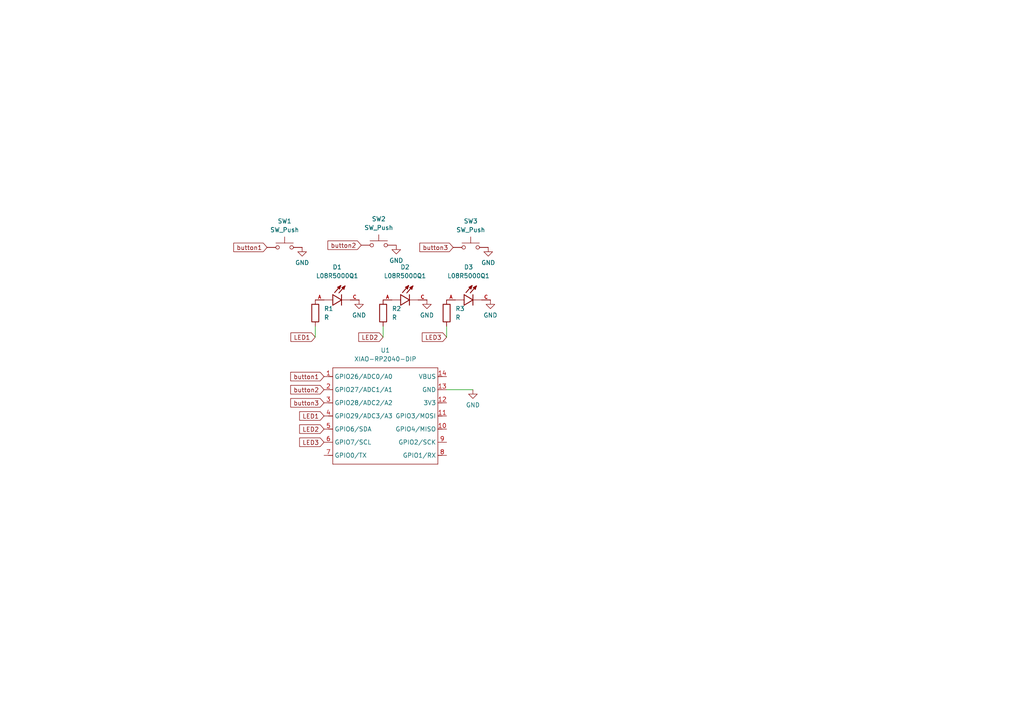
<source format=kicad_sch>
(kicad_sch (version 20250114) (generator "eeschema") (generator_version "9.0")
  (paper "A4")
  (title_block (title "Pathfinder") (date "6/24/2025") (rev "6/26/2025") (company "Hack Club"))
  (lib_symbols
    (symbol "Device:R" (pin_numbers (hide yes)) (pin_names (offset 0))
      (property "Reference" "R" (at 2.032 0 90))
      (property "Value" "R" (at 0 0 90))
      (symbol "R_0_1"
        (rectangle (start -1.016 -2.54) (end 1.016 2.54) (stroke (width 0.254)))
      )
      (symbol "R_1_1"
        (pin passive line (at 0 3.81 270) (length 1.27) (name "~") (number "1"))
        (pin passive line (at 0 -3.81 90) (length 1.27) (name "~") (number "2"))
      )
    )
    (symbol "L08R5000Q1:L08R5000Q1" (pin_names (offset 1.016))
      (property "Reference" "D" (at -3.0988 4.4958 0))
      (property "Value" "L08R5000Q1" (at -3.556 -3.302 0))
      (symbol "L08R5000Q1_0_0"
        (polyline (pts (xy -2.54 1.524) (xy -2.54 0)) (stroke (width 0.254)))
        (polyline (pts (xy -2.54 0) (xy -5.08 0)) (stroke (width 0.1524)))
        (polyline (pts (xy -2.54 0) (xy -2.54 -1.524)) (stroke (width 0.254)))
        (polyline (pts (xy -2.54 -1.524) (xy 0 0)) (stroke (width 0.254)))
        (polyline (pts (xy -1.1176 3.683) (xy -0.2286 4.1656)) (stroke (width 0.254)))
        (polyline (pts (xy -0.9398 3.6068) (xy -0.7112 3.7592)) (stroke (width 0.254)))
        (polyline (pts (xy -0.5588 3.2004) (xy -1.1176 3.683)) (stroke (width 0.254)))
        (polyline (pts (xy -0.5588 3.2004) (xy -0.5334 3.937)) (stroke (width 0.254)))
        (polyline (pts (xy -0.5334 3.937) (xy -0.6604 3.937)) (stroke (width 0.254)))
        (polyline (pts (xy -0.2286 4.1656) (xy -2.0066 2.1336)) (stroke (width 0.254)))
        (polyline (pts (xy -0.2286 4.1656) (xy -0.5588 3.2004)) (stroke (width 0.254)))
        (polyline (pts (xy 0 1.524) (xy 0 0)) (stroke (width 0.254)))
        (polyline (pts (xy 0 0) (xy -2.54 1.524)) (stroke (width 0.254)))
        (polyline (pts (xy 0 0) (xy 0 -1.524)) (stroke (width 0.254)))
        (polyline (pts (xy 0.127 3.5814) (xy 1.016 4.064)) (stroke (width 0.254)))
        (polyline (pts (xy 0.3048 3.5052) (xy 0.5334 3.6576)) (stroke (width 0.254)))
        (polyline (pts (xy 0.6858 3.0988) (xy 0.127 3.5814)) (stroke (width 0.254)))
        (polyline (pts (xy 0.6858 3.0988) (xy 0.7112 3.8354)) (stroke (width 0.254)))
        (polyline (pts (xy 0.7112 3.8354) (xy 0.5842 3.8354)) (stroke (width 0.254)))
        (polyline (pts (xy 1.016 4.064) (xy -0.762 2.032)) (stroke (width 0.254)))
        (polyline (pts (xy 1.016 4.064) (xy 0.6858 3.0988)) (stroke (width 0.254)))
        (polyline (pts (xy 2.54 0) (xy 0 0)) (stroke (width 0.1524)))
        (pin passive line (at -7.62 0 0) (length 2.54) (name "~") (number "A"))
        (pin passive line (at 5.08 0 180) (length 2.54) (name "~") (number "C"))
      )
    )
    (symbol "Seeed_Studio_XIAO_Series:XIAO-RP2040-DIP"
      (property "Reference" "U" (at 0 0 0))
      (property "Value" "XIAO-RP2040-DIP" (at 5.334 -1.778 0))
      (symbol "XIAO-RP2040-DIP_1_0"
        (polyline (pts (xy -1.27 -2.54) (xy 29.21 -2.54)) (stroke (width 0.1524)))
        (polyline (pts (xy -1.27 -5.08) (xy -2.54 -5.08)) (stroke (width 0.1524)))
        (polyline (pts (xy -1.27 -5.08) (xy -1.27 -2.54)) (stroke (width 0.1524)))
        (polyline (pts (xy -1.27 -8.89) (xy -2.54 -8.89)) (stroke (width 0.1524)))
        (polyline (pts (xy -1.27 -8.89) (xy -1.27 -5.08)) (stroke (width 0.1524)))
        (polyline (pts (xy -1.27 -12.7) (xy -2.54 -12.7)) (stroke (width 0.1524)))
        (polyline (pts (xy -1.27 -12.7) (xy -1.27 -8.89)) (stroke (width 0.1524)))
        (polyline (pts (xy -1.27 -16.51) (xy -2.54 -16.51)) (stroke (width 0.1524)))
        (polyline (pts (xy -1.27 -16.51) (xy -1.27 -12.7)) (stroke (width 0.1524)))
        (polyline (pts (xy -1.27 -20.32) (xy -2.54 -20.32)) (stroke (width 0.1524)))
        (polyline (pts (xy -1.27 -24.13) (xy -2.54 -24.13)) (stroke (width 0.1524)))
        (polyline (pts (xy -1.27 -27.94) (xy -2.54 -27.94)) (stroke (width 0.1524)))
        (polyline (pts (xy -1.27 -30.48) (xy -1.27 -16.51)) (stroke (width 0.1524)))
        (polyline (pts (xy 29.21 -2.54) (xy 29.21 -5.08)) (stroke (width 0.1524)))
        (polyline (pts (xy 29.21 -5.08) (xy 29.21 -8.89)) (stroke (width 0.1524)))
        (polyline (pts (xy 29.21 -8.89) (xy 29.21 -12.7)) (stroke (width 0.1524)))
        (polyline (pts (xy 29.21 -12.7) (xy 29.21 -30.48)) (stroke (width 0.1524)))
        (polyline (pts (xy 29.21 -30.48) (xy -1.27 -30.48)) (stroke (width 0.1524)))
        (polyline (pts (xy 30.48 -5.08) (xy 29.21 -5.08)) (stroke (width 0.1524)))
        (polyline (pts (xy 30.48 -8.89) (xy 29.21 -8.89)) (stroke (width 0.1524)))
        (polyline (pts (xy 30.48 -12.7) (xy 29.21 -12.7)) (stroke (width 0.1524)))
        (polyline (pts (xy 30.48 -16.51) (xy 29.21 -16.51)) (stroke (width 0.1524)))
        (polyline (pts (xy 30.48 -20.32) (xy 29.21 -20.32)) (stroke (width 0.1524)))
        (polyline (pts (xy 30.48 -24.13) (xy 29.21 -24.13)) (stroke (width 0.1524)))
        (polyline (pts (xy 30.48 -27.94) (xy 29.21 -27.94)) (stroke (width 0.1524)))
        (pin passive line (at -3.81 -5.08 0) (length 2.54) (name "GPIO26/ADC0/A0") (number "1"))
        (pin passive line (at -3.81 -8.89 0) (length 2.54) (name "GPIO27/ADC1/A1") (number "2"))
        (pin passive line (at -3.81 -12.7 0) (length 2.54) (name "GPIO28/ADC2/A2") (number "3"))
        (pin passive line (at -3.81 -16.51 0) (length 2.54) (name "GPIO29/ADC3/A3") (number "4"))
        (pin passive line (at -3.81 -20.32 0) (length 2.54) (name "GPIO6/SDA") (number "5"))
        (pin passive line (at -3.81 -24.13 0) (length 2.54) (name "GPIO7/SCL") (number "6"))
        (pin passive line (at -3.81 -27.94 0) (length 2.54) (name "GPIO0/TX") (number "7"))
        (pin passive line (at 31.75 -5.08 180) (length 2.54) (name "VBUS") (number "14"))
        (pin passive line (at 31.75 -8.89 180) (length 2.54) (name "GND") (number "13"))
        (pin passive line (at 31.75 -12.7 180) (length 2.54) (name "3V3") (number "12"))
        (pin passive line (at 31.75 -16.51 180) (length 2.54) (name "GPIO3/MOSI") (number "11"))
        (pin passive line (at 31.75 -20.32 180) (length 2.54) (name "GPIO4/MISO") (number "10"))
        (pin passive line (at 31.75 -24.13 180) (length 2.54) (name "GPIO2/SCK") (number "9"))
        (pin passive line (at 31.75 -27.94 180) (length 2.54) (name "GPIO1/RX") (number "8"))
      )
    )
    (symbol "Switch:SW_Push" (pin_numbers (hide yes)) (pin_names (offset 1.016) (hide yes))
      (property "Reference" "SW" (at 1.27 2.54 0))
      (property "Value" "SW_Push" (at 0 -1.524 0))
      (symbol "SW_Push_0_1"
        (circle (center -2.032 0) (radius 0.508))
        (polyline (pts (xy 0 1.27) (xy 0 3.048)))
        (circle (center 2.032 0) (radius 0.508))
        (polyline (pts (xy 2.54 1.27) (xy -2.54 1.27)))
        (pin passive line (at -5.08 0 0) (length 2.54) (name "1") (number "1"))
        (pin passive line (at 5.08 0 180) (length 2.54) (name "2") (number "2"))
      )
    )
    (symbol "power:GND" (power) (pin_numbers (hide yes)) (pin_names (offset 0) (hide yes))
      (property "Value" "GND" (at 0 -3.81 0))
      (symbol "GND_0_1"
        (polyline (pts (xy 0 0) (xy 0 -1.27) (xy 1.27 -1.27) (xy 0 -2.54) (xy -1.27 -1.27) (xy 0 -1.27)))
      )
      (symbol "GND_1_1"
        (pin power_in line (at 0 0 270) (length 0) (name "~") (number "1"))
      )
    )
  )
  (wire (pts (xy 91.44 97.79) (xy 91.44 94.615)))
  (wire (pts (xy 129.54 113.03) (xy 137.16 113.03)))
  (wire (pts (xy 129.54 97.79) (xy 129.54 94.615)))
  (wire (pts (xy 111.125 97.79) (xy 111.125 94.615)))
  (global_label "button1" (shape input) (at 77.47 71.755 180) (property "Intersheetrefs" "${INTERSHEET_REFS}" (effects (hide yes))))
  (global_label "LED1" (shape input) (at 91.44 97.79 180) (property "Intersheetrefs" "${INTERSHEET_REFS}" (effects (hide yes))))
  (global_label "button2" (shape input) (at 104.775 71.12 180) (property "Intersheetrefs" "${INTERSHEET_REFS}" (effects (hide yes))))
  (global_label "LED2" (shape input) (at 93.98 124.46 180) (property "Intersheetrefs" "${INTERSHEET_REFS}" (effects (hide yes))))
  (global_label "button3" (shape input) (at 93.98 116.84 180) (property "Intersheetrefs" "${INTERSHEET_REFS}" (effects (hide yes))))
  (global_label "button2" (shape input) (at 93.98 113.03 180) (property "Intersheetrefs" "${INTERSHEET_REFS}" (effects (hide yes))))
  (global_label "LED1" (shape input) (at 93.98 120.65 180) (property "Intersheetrefs" "${INTERSHEET_REFS}" (effects (hide yes))))
  (global_label "LED3" (shape input) (at 129.54 97.79 180) (property "Intersheetrefs" "${INTERSHEET_REFS}" (effects (hide yes))))
  (global_label "button1" (shape input) (at 93.98 109.22 180) (property "Intersheetrefs" "${INTERSHEET_REFS}" (effects (hide yes))))
  (global_label "LED2" (shape input) (at 111.125 97.79 180) (property "Intersheetrefs" "${INTERSHEET_REFS}" (effects (hide yes))))
  (global_label "button3" (shape input) (at 131.445 71.755 180) (property "Intersheetrefs" "${INTERSHEET_REFS}" (effects (hide yes))))
  (global_label "LED3" (shape input) (at 93.98 128.27 180) (property "Intersheetrefs" "${INTERSHEET_REFS}" (effects (hide yes))))
  (symbol (lib_id "Switch:SW_Push") (at 82.55 71.755 0) (unit 1)
    (property "Reference" "SW1" (at 82.55 64.135 0))
    (property "Value" "SW_Push" (at 82.55 66.675 0))
    (property "Footprint" "Button_Switch_Keyboard:SW_Cherry_MX_1.00u_PCB" (effects (hide yes)))
    (property "Description" "Push button switch, generic, two pins" (effects (hide yes)))
  )
  (symbol (lib_id "power:GND") (at 104.14 86.995 0) (unit 1)
    (property "Reference" "#PWR05" (effects (hide yes)))
    (property "Value" "GND" (at 104.14 91.44 0))
    (property "Description" "Power symbol creates a global label with name \"GND\" , ground" (effects (hide yes)))
  )
  (symbol (lib_id "Device:R") (at 91.44 90.805 0) (unit 1)
    (property "Reference" "R1" (at 93.98 89.5349 0) (effects (justify left)))
    (property "Value" "R" (at 93.98 92.0749 0) (effects (justify left)))
    (property "Footprint" "Resistor_THT:R_Axial_DIN0204_L3.6mm_D1.6mm_P5.08mm_Horizontal" (effects (hide yes)))
    (property "Description" "Resistor" (effects (hide yes)))
  )
  (symbol (lib_id "power:GND") (at 142.24 86.995 0) (unit 1)
    (property "Reference" "#PWR07" (effects (hide yes)))
    (property "Value" "GND" (at 142.24 91.44 0))
    (property "Description" "Power symbol creates a global label with name \"GND\" , ground" (effects (hide yes)))
  )
  (symbol (lib_id "Device:R") (at 129.54 90.805 0) (unit 1)
    (property "Reference" "R3" (at 132.08 89.5349 0) (effects (justify left)))
    (property "Value" "R" (at 132.08 92.0749 0) (effects (justify left)))
    (property "Footprint" "Resistor_THT:R_Axial_DIN0204_L3.6mm_D1.6mm_P5.08mm_Horizontal" (effects (hide yes)))
    (property "Description" "Resistor" (effects (hide yes)))
  )
  (symbol (lib_id "Device:R") (at 111.125 90.805 0) (unit 1)
    (property "Reference" "R2" (at 113.665 89.5349 0) (effects (justify left)))
    (property "Value" "R" (at 113.665 92.0749 0) (effects (justify left)))
    (property "Footprint" "Resistor_THT:R_Axial_DIN0204_L3.6mm_D1.6mm_P5.08mm_Horizontal" (effects (hide yes)))
    (property "Description" "Resistor" (effects (hide yes)))
  )
  (symbol (lib_id "L08R5000Q1:L08R5000Q1") (at 137.16 86.995 0) (unit 1)
    (property "Reference" "D3" (at 135.89 77.47 0))
    (property "Value" "L08R5000Q1" (at 135.89 80.01 0))
    (property "Footprint" "footprints:LEDRD254W57D500H1070" (effects (hide yes)))
    (property "MF" "LED Technology" (effects (hide yes)))
    (property "MAXIMUM_PACKAGE_HEIGHT" "10.7mm" (effects (hide yes)))
    (property "Package" "None" (effects (hide yes)))
    (property "Price" "None" (effects (hide yes)))
    (property "Check_prices" "https://www.snapeda.com/parts/L08R5000Q1/LED+Technology/view-part/?ref=eda" (effects (hide yes)))
    (property "STANDARD" "IPC-7351B" (effects (hide yes)))
    (property "PARTREV" "NA" (effects (hide yes)))
    (property "SnapEDA_Link" "https://www.snapeda.com/parts/L08R5000Q1/LED+Technology/view-part/?ref=snap" (effects (hide yes)))
    (property "MP" "L08R5000Q1" (effects (hide yes)))
    (property "Description_1" "LED, 5MM, ORANGE; LED / Lamp Size: 5mm / T-1 3/4; LED Colour: Orange; Typ Luminous Intensity: 4.3mcd; Viewing Angle: ..." (effects (hide yes)))
    (property "Availability" "Not in stock" (effects (hide yes)))
    (property "MANUFACTURER" "LED TECHNOLOGY" (effects (hide yes)))
  )
  (symbol (lib_id "power:GND") (at 123.825 86.995 0) (unit 1)
    (property "Reference" "#PWR06" (effects (hide yes)))
    (property "Value" "GND" (at 123.825 91.44 0))
    (property "Description" "Power symbol creates a global label with name \"GND\" , ground" (effects (hide yes)))
  )
  (symbol (lib_id "L08R5000Q1:L08R5000Q1") (at 99.06 86.995 0) (unit 1)
    (property "Reference" "D1" (at 97.79 77.47 0))
    (property "Value" "L08R5000Q1" (at 97.79 80.01 0))
    (property "Footprint" "footprints:LEDRD254W57D500H1070" (effects (hide yes)))
    (property "MF" "LED Technology" (effects (hide yes)))
    (property "MAXIMUM_PACKAGE_HEIGHT" "10.7mm" (effects (hide yes)))
    (property "Package" "None" (effects (hide yes)))
    (property "Price" "None" (effects (hide yes)))
    (property "Check_prices" "https://www.snapeda.com/parts/L08R5000Q1/LED+Technology/view-part/?ref=eda" (effects (hide yes)))
    (property "STANDARD" "IPC-7351B" (effects (hide yes)))
    (property "PARTREV" "NA" (effects (hide yes)))
    (property "SnapEDA_Link" "https://www.snapeda.com/parts/L08R5000Q1/LED+Technology/view-part/?ref=snap" (effects (hide yes)))
    (property "MP" "L08R5000Q1" (effects (hide yes)))
    (property "Description_1" "LED, 5MM, ORANGE; LED / Lamp Size: 5mm / T-1 3/4; LED Colour: Orange; Typ Luminous Intensity: 4.3mcd; Viewing Angle: ..." (effects (hide yes)))
    (property "Availability" "Not in stock" (effects (hide yes)))
    (property "MANUFACTURER" "LED TECHNOLOGY" (effects (hide yes)))
  )
  (symbol (lib_id "L08R5000Q1:L08R5000Q1") (at 118.745 86.995 0) (unit 1)
    (property "Reference" "D2" (at 117.475 77.47 0))
    (property "Value" "L08R5000Q1" (at 117.475 80.01 0))
    (property "Footprint" "footprints:LEDRD254W57D500H1070" (effects (hide yes)))
    (property "MF" "LED Technology" (effects (hide yes)))
    (property "MAXIMUM_PACKAGE_HEIGHT" "10.7mm" (effects (hide yes)))
    (property "Package" "None" (effects (hide yes)))
    (property "Price" "None" (effects (hide yes)))
    (property "Check_prices" "https://www.snapeda.com/parts/L08R5000Q1/LED+Technology/view-part/?ref=eda" (effects (hide yes)))
    (property "STANDARD" "IPC-7351B" (effects (hide yes)))
    (property "PARTREV" "NA" (effects (hide yes)))
    (property "SnapEDA_Link" "https://www.snapeda.com/parts/L08R5000Q1/LED+Technology/view-part/?ref=snap" (effects (hide yes)))
    (property "MP" "L08R5000Q1" (effects (hide yes)))
    (property "Description_1" "LED, 5MM, ORANGE; LED / Lamp Size: 5mm / T-1 3/4; LED Colour: Orange; Typ Luminous Intensity: 4.3mcd; Viewing Angle: ..." (effects (hide yes)))
    (property "Availability" "Not in stock" (effects (hide yes)))
    (property "MANUFACTURER" "LED TECHNOLOGY" (effects (hide yes)))
  )
  (symbol (lib_id "power:GND") (at 141.605 71.755 0) (unit 1)
    (property "Reference" "#PWR03" (effects (hide yes)))
    (property "Value" "GND" (at 141.605 76.2 0))
    (property "Description" "Power symbol creates a global label with name \"GND\" , ground" (effects (hide yes)))
  )
  (symbol (lib_id "Switch:SW_Push") (at 109.855 71.12 0) (unit 1)
    (property "Reference" "SW2" (at 109.855 63.5 0))
    (property "Value" "SW_Push" (at 109.855 66.04 0))
    (property "Footprint" "Button_Switch_Keyboard:SW_Cherry_MX_1.00u_PCB" (effects (hide yes)))
    (property "Description" "Push button switch, generic, two pins" (effects (hide yes)))
  )
  (symbol (lib_id "power:GND") (at 114.935 71.12 0) (unit 1)
    (property "Reference" "#PWR02" (effects (hide yes)))
    (property "Value" "GND" (at 114.935 75.565 0))
    (property "Description" "Power symbol creates a global label with name \"GND\" , ground" (effects (hide yes)))
  )
  (symbol (lib_id "power:GND") (at 87.63 71.755 0) (unit 1)
    (property "Reference" "#PWR01" (effects (hide yes)))
    (property "Value" "GND" (at 87.63 76.2 0))
    (property "Description" "Power symbol creates a global label with name \"GND\" , ground" (effects (hide yes)))
  )
  (symbol (lib_id "Switch:SW_Push") (at 136.525 71.755 0) (unit 1)
    (property "Reference" "SW3" (at 136.525 64.135 0))
    (property "Value" "SW_Push" (at 136.525 66.675 0))
    (property "Footprint" "Button_Switch_Keyboard:SW_Cherry_MX_1.00u_PCB" (effects (hide yes)))
    (property "Description" "Push button switch, generic, two pins" (effects (hide yes)))
  )
  (symbol (lib_id "power:GND") (at 137.16 113.03 0) (unit 1)
    (property "Reference" "#PWR04" (effects (hide yes)))
    (property "Value" "GND" (at 137.16 117.475 0))
    (property "Description" "Power symbol creates a global label with name \"GND\" , ground" (effects (hide yes)))
  )
  (symbol (lib_id "Seeed_Studio_XIAO_Series:XIAO-RP2040-DIP") (at 97.79 104.14 0) (unit 1)
    (property "Reference" "U1" (at 111.76 101.6 0))
    (property "Value" "XIAO-RP2040-DIP" (at 111.76 104.14 0))
    (property "Footprint" "footprints:XIAO-RP2040-DIP" (effects (hide yes)))
  )
)
</source>
